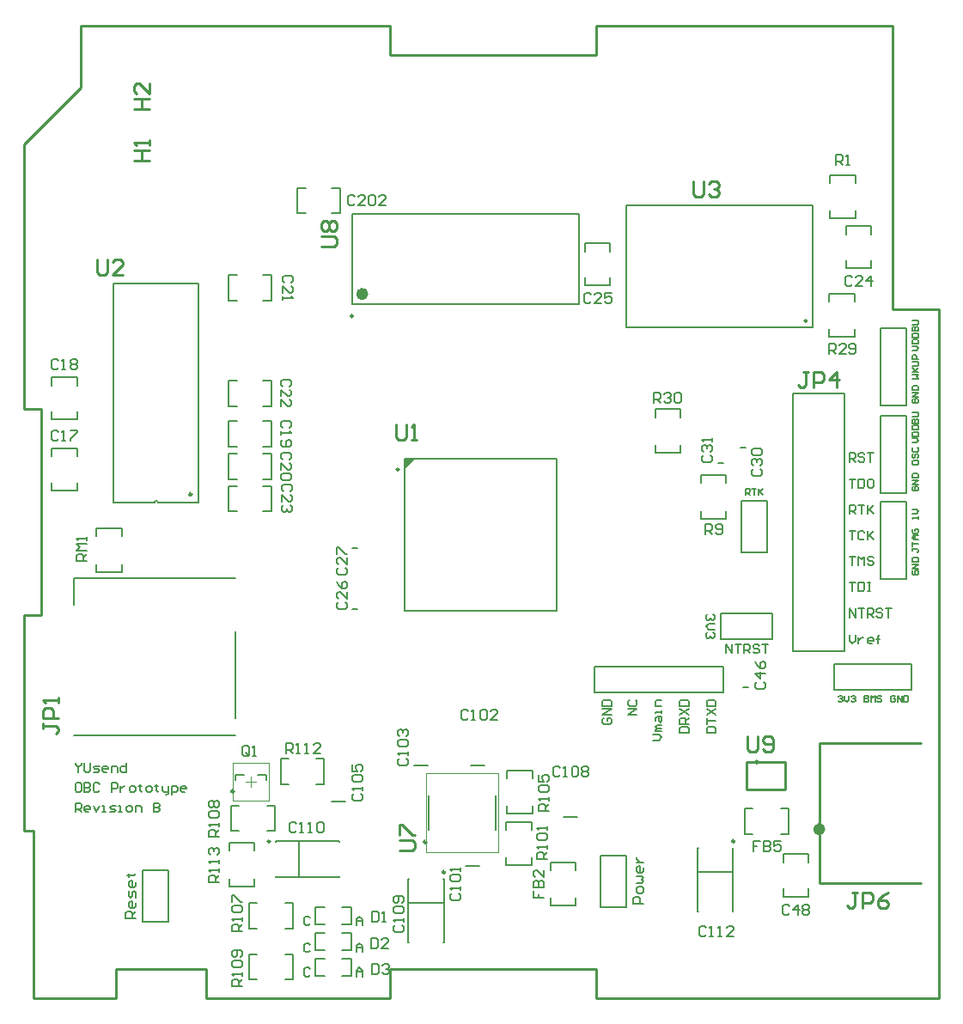
<source format=gto>
%FSLAX44Y44*%
%MOMM*%
G71*
G01*
G75*
G04 Layer_Color=65535*
%ADD10R,0.7000X0.9000*%
%ADD11R,1.5000X1.3000*%
%ADD12R,2.2000X2.6000*%
%ADD13R,1.2000X1.5000*%
%ADD14R,1.2000X1.4000*%
%ADD15R,1.4000X1.2000*%
%ADD16R,1.1000X1.0000*%
%ADD17R,2.6000X2.2000*%
%ADD18R,0.3500X1.5500*%
%ADD19O,0.3500X1.5500*%
%ADD20R,4.2000X3.1000*%
%ADD21R,0.6000X1.4000*%
%ADD22O,1.0000X0.4000*%
%ADD23R,1.0000X0.4000*%
%ADD24R,1.9000X1.3000*%
%ADD25R,2.8000X1.0000*%
%ADD26R,0.8000X1.0000*%
%ADD27R,1.2000X1.0000*%
%ADD28R,1.2000X0.7000*%
%ADD29O,0.5500X1.5500*%
%ADD30C,0.3500*%
%ADD31R,1.0000X0.3000*%
%ADD32R,1.0500X0.4000*%
%ADD33R,2.5000X0.5000*%
%ADD34R,2.5000X2.0000*%
%ADD35R,1.5000X1.2000*%
%ADD36C,0.1778*%
%ADD37C,0.3048*%
%ADD38C,0.2540*%
%ADD39R,1.5000X1.5000*%
%ADD40C,1.5000*%
%ADD41R,1.5000X1.5000*%
%ADD42C,6.3500*%
%ADD43C,1.3000*%
%ADD44C,0.5080*%
%ADD45C,0.5588*%
%ADD46C,1.0160*%
%ADD47C,1.9160*%
%ADD48C,1.0160*%
%ADD49C,1.0668*%
%ADD50C,0.3810*%
%ADD51C,4.1910*%
%ADD52R,0.9000X0.7000*%
%ADD53R,1.0500X1.3000*%
%ADD54R,1.4000X3.3000*%
%ADD55R,1.3000X1.9000*%
%ADD56C,0.2500*%
%ADD57C,0.2000*%
%ADD58C,0.6000*%
%ADD59C,0.3000*%
%ADD60C,0.2032*%
%ADD61C,0.1000*%
%ADD62C,0.1270*%
G36*
X365690Y522200D02*
Y532200D01*
X375690D01*
X365690Y522200D01*
D02*
G37*
D36*
X768160Y661156D02*
Y781156D01*
X584160D02*
X768160D01*
X584160Y661156D02*
Y781156D01*
Y661156D02*
X768160D01*
D38*
X156436Y496752D02*
G03*
X156436Y496752I-1414J0D01*
G01*
X762061Y667706D02*
G03*
X762061Y667706I-901J0D01*
G01*
X741478Y205806D02*
Y232806D01*
X702978D02*
X741478D01*
X702978Y205806D02*
X741478D01*
X702978D02*
Y232806D01*
X774592Y113624D02*
X874592D01*
X774592Y113624D02*
Y251624D01*
X874592D01*
X764029Y617469D02*
X758950D01*
X761489D01*
Y604773D01*
X758950Y602234D01*
X756411D01*
X753872Y604773D01*
X769107Y602234D02*
Y617469D01*
X776725D01*
X779264Y614930D01*
Y609851D01*
X776725Y607312D01*
X769107D01*
X791960Y602234D02*
Y617469D01*
X784342Y609851D01*
X794499D01*
X357759Y565526D02*
Y552830D01*
X360298Y550291D01*
X365377D01*
X367916Y552830D01*
Y565526D01*
X372994Y550291D02*
X378072D01*
X375533D01*
Y565526D01*
X372994Y562987D01*
X360812Y145923D02*
X373508D01*
X376047Y148462D01*
Y153540D01*
X373508Y156080D01*
X360812D01*
Y161158D02*
Y171315D01*
X363351D01*
X373508Y161158D01*
X376047D01*
X650494Y805683D02*
Y792987D01*
X653033Y790448D01*
X658111D01*
X660651Y792987D01*
Y805683D01*
X665729Y803144D02*
X668268Y805683D01*
X673347D01*
X675886Y803144D01*
Y800605D01*
X673347Y798065D01*
X670807D01*
X673347D01*
X675886Y795526D01*
Y792987D01*
X673347Y790448D01*
X668268D01*
X665729Y792987D01*
X62992Y728213D02*
Y715517D01*
X65531Y712978D01*
X70609D01*
X73149Y715517D01*
Y728213D01*
X88384Y712978D02*
X78227D01*
X88384Y723135D01*
Y725674D01*
X85845Y728213D01*
X80766D01*
X78227Y725674D01*
X99446Y876711D02*
X114681D01*
X107064D01*
Y886868D01*
X99446D01*
X114681D01*
Y902103D02*
Y891946D01*
X104524Y902103D01*
X101985D01*
X99446Y899564D01*
Y894485D01*
X101985Y891946D01*
X99446Y825911D02*
X114681D01*
X107064D01*
Y836068D01*
X99446D01*
X114681D01*
Y841146D02*
Y846224D01*
Y843685D01*
X99446D01*
X101985Y841146D01*
X9530Y270634D02*
Y265555D01*
Y268095D01*
X22226D01*
X24765Y265555D01*
Y263016D01*
X22226Y260477D01*
X24765Y275712D02*
X9530D01*
Y283330D01*
X12069Y285869D01*
X17148D01*
X19687Y283330D01*
Y275712D01*
X24765Y290947D02*
Y296026D01*
Y293486D01*
X9530D01*
X12069Y290947D01*
X283977Y740664D02*
X296673D01*
X299212Y743203D01*
Y748281D01*
X296673Y750821D01*
X283977D01*
X286516Y755899D02*
X283977Y758438D01*
Y763517D01*
X286516Y766056D01*
X289055D01*
X291595Y763517D01*
X294134Y766056D01*
X296673D01*
X299212Y763517D01*
Y758438D01*
X296673Y755899D01*
X294134D01*
X291595Y758438D01*
X289055Y755899D01*
X286516D01*
X291595Y758438D02*
Y763517D01*
X812035Y104643D02*
X806956D01*
X809495D01*
Y91947D01*
X806956Y89408D01*
X804417D01*
X801878Y91947D01*
X817113Y89408D02*
Y104643D01*
X824731D01*
X827270Y102104D01*
Y97025D01*
X824731Y94486D01*
X817113D01*
X842505Y104643D02*
X837427Y102104D01*
X832348Y97025D01*
Y91947D01*
X834887Y89408D01*
X839966D01*
X842505Y91947D01*
Y94486D01*
X839966Y97025D01*
X832348D01*
X704215Y258186D02*
Y245490D01*
X706754Y242951D01*
X711833D01*
X714372Y245490D01*
Y258186D01*
X719450Y245490D02*
X721989Y242951D01*
X727068D01*
X729607Y245490D01*
Y255647D01*
X727068Y258186D01*
X721989D01*
X719450Y255647D01*
Y253108D01*
X721989Y250569D01*
X729607D01*
X0Y0D02*
X81280D01*
Y29210D01*
X170180D01*
Y0D02*
Y29210D01*
Y0D02*
X351790D01*
Y29210D01*
X554990D01*
Y0D02*
Y29210D01*
Y0D02*
X892810D01*
Y679450D01*
X847090D02*
X892810D01*
X847090D02*
Y958850D01*
X554990D02*
X847090D01*
X554990Y929640D02*
Y958850D01*
X351790Y929640D02*
X554990D01*
X351790D02*
Y958850D01*
X46990D02*
X351790D01*
X0Y0D02*
Y165100D01*
X-8890D02*
X0D01*
X-8890D02*
Y377825D01*
X7620D01*
Y581025D01*
X-8890D02*
X7620D01*
X-8890D02*
Y825500D01*
X46990Y897890D02*
Y958850D01*
X-8890Y825500D02*
Y842010D01*
X46990Y897890D01*
D56*
X405846Y124360D02*
G03*
X405846Y124360I-1250J0D01*
G01*
X233506Y154660D02*
G03*
X233506Y154660I-1250J0D01*
G01*
X387406Y154130D02*
G03*
X387406Y154130I-1250J0D01*
G01*
X197626Y203860D02*
G03*
X197626Y203860I-1250J0D01*
G01*
X315212Y672472D02*
G03*
X315212Y672472I-1250J0D01*
G01*
X360440Y521200D02*
G03*
X360440Y521200I-1250J0D01*
G01*
X691088Y154840D02*
G03*
X691088Y154840I-1250J0D01*
G01*
D57*
X123222Y488252D02*
G03*
X119222Y488252I-2000J0D01*
G01*
X314492Y383764D02*
X319492D01*
X314492Y444022D02*
X319492D01*
X426316Y130760D02*
X439316D01*
X369596Y54860D02*
Y117860D01*
X404596Y54860D02*
Y117860D01*
X404096Y54860D02*
X404596D01*
X369596D02*
X370096D01*
X369596Y94360D02*
X404596D01*
X404096Y117860D02*
X404596D01*
X369596D02*
X370096D01*
X302486Y773750D02*
Y798750D01*
X260514Y773750D02*
Y798750D01*
X701384Y161998D02*
Y186998D01*
X744384Y161998D02*
Y186998D01*
X784298Y694600D02*
X809298D01*
X784298Y651600D02*
X809298D01*
X612848Y580554D02*
X637848D01*
X612848Y537554D02*
X637848D01*
X466036Y130900D02*
X491036D01*
X466036Y173900D02*
X491036D01*
X466798Y181700D02*
X491798D01*
X466798Y224700D02*
X491798D01*
X212942Y68780D02*
Y93780D01*
X255942Y68780D02*
Y93780D01*
X195162Y164792D02*
Y189792D01*
X238162Y164792D02*
Y189792D01*
X212942Y18488D02*
Y43488D01*
X255942Y18488D02*
Y43488D01*
X286676Y211020D02*
Y236020D01*
X243676Y211020D02*
Y236020D01*
X193240Y153326D02*
X218240D01*
X193240Y110326D02*
X218240D01*
X860298Y497840D02*
Y574040D01*
X834898D02*
X860298D01*
X834898Y497840D02*
Y574040D01*
Y497840D02*
X860298D01*
X799084Y361188D02*
Y596138D01*
X748284Y361188D02*
Y596138D01*
Y342138D02*
Y361188D01*
Y342138D02*
X799084D01*
Y361188D01*
X748284Y596138D02*
X799084D01*
X657806Y472530D02*
X682806D01*
X657806Y515530D02*
X682806D01*
X697738Y490728D02*
X723138D01*
Y439928D02*
Y490728D01*
X697738Y439928D02*
X723138D01*
X697738D02*
Y490728D01*
X785314Y768440D02*
X810314D01*
X785314Y811440D02*
X810314D01*
X789178Y329692D02*
X865378D01*
X789178Y304292D02*
Y329692D01*
Y304292D02*
X865378D01*
Y329692D01*
X860298Y413258D02*
Y489458D01*
X834898D02*
X860298D01*
X834898Y413258D02*
Y489458D01*
Y413258D02*
X860298D01*
X558800Y89916D02*
X584200D01*
X558800D02*
Y140716D01*
X584200D01*
Y89916D02*
Y140716D01*
X107696Y126492D02*
X133096D01*
Y75692D02*
Y126492D01*
X107696Y75692D02*
X133096D01*
X107696D02*
Y126492D01*
X238756Y119660D02*
X301756D01*
X238756Y154660D02*
X301756D01*
Y154160D02*
Y154660D01*
Y119660D02*
Y120160D01*
X262256Y119660D02*
Y154660D01*
X238756Y154160D02*
Y154660D01*
Y119660D02*
Y120160D01*
X294236Y194360D02*
X307236D01*
X552958Y301752D02*
Y327152D01*
X679958D01*
X552958Y301752D02*
X679958D01*
Y327152D01*
X375516Y229920D02*
X388516D01*
X431396D02*
X444396D01*
X389656Y165880D02*
Y199880D01*
X455656Y165880D02*
Y199880D01*
X522836Y179120D02*
X535836D01*
X199376Y215360D02*
Y220360D01*
X207376D01*
X229376Y215360D02*
Y220360D01*
X221376D02*
X229376D01*
X163172Y488252D02*
Y704252D01*
X79272D02*
X163172D01*
X79272Y488252D02*
Y704252D01*
Y488252D02*
X119222D01*
X123222D02*
X163172D01*
X538212Y684222D02*
Y772722D01*
X314212D02*
X538212D01*
X314212Y684222D02*
Y772722D01*
Y684222D02*
X538212D01*
X365690Y382200D02*
X515690D01*
X365690Y532200D02*
X515690D01*
Y382200D02*
Y532200D01*
X365690Y382200D02*
Y532200D01*
Y522200D02*
X375690Y532200D01*
X654838Y148340D02*
X655338D01*
X689338D02*
X689838D01*
X654838Y124840D02*
X689838D01*
X654838Y85340D02*
X655338D01*
X689338D02*
X689838D01*
Y148340D01*
X654838Y85340D02*
Y148340D01*
X699302Y306294D02*
X704302D01*
X697270Y542574D02*
X702270D01*
X674918Y527782D02*
X679918D01*
X834898Y660654D02*
X860298D01*
Y584454D02*
Y660654D01*
X834898Y584454D02*
X860298D01*
X834898D02*
Y660654D01*
X509724Y134276D02*
X534724D01*
X509724Y91276D02*
X534724D01*
X62430Y463206D02*
X87430D01*
X62430Y420206D02*
X87430D01*
X739086Y100172D02*
X764086D01*
X739086Y142144D02*
X764086D01*
X18234Y500222D02*
X43234D01*
X18234Y542194D02*
X43234D01*
X18234Y612298D02*
X43234D01*
X18234Y570326D02*
X43234D01*
X234600Y543752D02*
Y568752D01*
X192628Y543752D02*
Y568752D01*
X234600Y511500D02*
Y536500D01*
X192628Y511500D02*
Y536500D01*
X234600Y687752D02*
Y712752D01*
X192628Y687752D02*
Y712752D01*
X234600Y583752D02*
Y608752D01*
X192628Y583752D02*
Y608752D01*
X234600Y479752D02*
Y504752D01*
X192628Y479752D02*
Y504752D01*
X800808Y719424D02*
X825808D01*
X800808Y761396D02*
X825808D01*
X543760Y744378D02*
X568760D01*
X543760Y702406D02*
X568760D01*
X677672Y354330D02*
X728472D01*
Y379730D01*
X677672D02*
X728472D01*
X677672Y354330D02*
Y379730D01*
D58*
X327212Y694222D02*
G03*
X327212Y694222I-3000J0D01*
G01*
X777592Y166624D02*
G03*
X777592Y166624I-3000J0D01*
G01*
D59*
X713978Y232806D02*
G03*
X713978Y232806I-1000J0D01*
G01*
D60*
X294236Y773750D02*
X302486D01*
X294236Y798750D02*
X302486D01*
X260514Y773750D02*
X268764D01*
X260514Y798750D02*
X268764D01*
X701384Y186998D02*
X709134D01*
X701384Y161998D02*
X709134D01*
X736634Y186998D02*
X744384D01*
X736634Y161998D02*
X744384D01*
X809298Y686850D02*
Y694600D01*
X784298Y686850D02*
Y694600D01*
X809298Y651600D02*
Y659350D01*
X784298Y651600D02*
Y659350D01*
X637848Y572804D02*
Y580554D01*
X612848Y572804D02*
Y580554D01*
X637848Y537554D02*
Y545304D01*
X612848Y537554D02*
Y545304D01*
X466036Y130900D02*
Y138650D01*
X491036Y130900D02*
Y138650D01*
X466036Y166150D02*
Y173900D01*
X491036Y166150D02*
Y173900D01*
X466798Y181700D02*
Y189450D01*
X491798Y181700D02*
Y189450D01*
X466798Y216950D02*
Y224700D01*
X491798Y216950D02*
Y224700D01*
X212942Y93780D02*
X220692D01*
X212942Y68780D02*
X220692D01*
X248192Y93780D02*
X255942D01*
X248192Y68780D02*
X255942D01*
X195162Y189792D02*
X202912D01*
X195162Y164792D02*
X202912D01*
X230412Y189792D02*
X238162D01*
X230412Y164792D02*
X238162D01*
X212942Y43488D02*
X220692D01*
X212942Y18488D02*
X220692D01*
X248192Y43488D02*
X255942D01*
X248192Y18488D02*
X255942D01*
X278926Y211020D02*
X286676D01*
X278926Y236020D02*
X286676D01*
X243676Y211020D02*
X251426D01*
X243676Y236020D02*
X251426D01*
X218240Y145576D02*
Y153326D01*
X193240Y145576D02*
Y153326D01*
X218240Y110326D02*
Y118076D01*
X193240Y110326D02*
Y118076D01*
X657806Y472530D02*
Y480280D01*
X682806Y472530D02*
Y480280D01*
X657806Y507780D02*
Y515530D01*
X682806Y507780D02*
Y515530D01*
X785314Y768440D02*
Y776190D01*
X810314Y768440D02*
Y776190D01*
X785314Y803690D02*
Y811440D01*
X810314Y803690D02*
Y811440D01*
X277656Y89780D02*
X287156D01*
X277656Y72780D02*
X287156D01*
X277656Y72780D02*
Y89780D01*
X304156D02*
X313656D01*
X304156Y72780D02*
X313656D01*
Y89780D01*
X277656Y64380D02*
X287156D01*
X277656Y47380D02*
X287156D01*
X277656Y47380D02*
Y64380D01*
X304156D02*
X313656D01*
X304156Y47380D02*
X313656D01*
Y64380D01*
X277656Y38980D02*
X287156D01*
X277656Y21980D02*
X287156D01*
X277656Y21980D02*
Y38980D01*
X304156D02*
X313656D01*
X304156Y21980D02*
X313656D01*
Y38980D01*
X40370Y258982D02*
X199370D01*
Y275732D02*
Y361732D01*
X40370Y413982D02*
X199370D01*
X40370Y388232D02*
Y413982D01*
X534724Y126526D02*
Y134276D01*
X509724Y126526D02*
Y134276D01*
X534724Y91276D02*
Y99026D01*
X509724Y91276D02*
Y99026D01*
X87430Y455456D02*
Y463206D01*
X62430Y455456D02*
Y463206D01*
X87430Y420206D02*
Y427956D01*
X62430Y420206D02*
Y427956D01*
X739086Y100172D02*
Y108422D01*
X764086Y100172D02*
Y108422D01*
X739086Y133894D02*
Y142144D01*
X764086Y133894D02*
Y142144D01*
X18234Y500222D02*
Y508472D01*
X43234Y500222D02*
Y508472D01*
X18234Y533944D02*
Y542194D01*
X43234Y533944D02*
Y542194D01*
Y604048D02*
Y612298D01*
X18234Y604048D02*
Y612298D01*
X43234Y570326D02*
Y578576D01*
X18234Y570326D02*
Y578576D01*
X226350Y543752D02*
X234600D01*
X226350Y568752D02*
X234600D01*
X192628Y543752D02*
X200878D01*
X192628Y568752D02*
X200878D01*
X226350Y511500D02*
X234600D01*
X226350Y536500D02*
X234600D01*
X192628Y511500D02*
X200878D01*
X192628Y536500D02*
X200878D01*
X226350Y687752D02*
X234600D01*
X226350Y712752D02*
X234600D01*
X192628Y687752D02*
X200878D01*
X192628Y712752D02*
X200878D01*
X226350Y583752D02*
X234600D01*
X226350Y608752D02*
X234600D01*
X192628Y583752D02*
X200878D01*
X192628Y608752D02*
X200878D01*
X226350Y479752D02*
X234600D01*
X226350Y504752D02*
X234600D01*
X192628Y479752D02*
X200878D01*
X192628Y504752D02*
X200878D01*
X800808Y719424D02*
Y727674D01*
X825808Y719424D02*
Y727674D01*
X800808Y753146D02*
Y761396D01*
X825808Y753146D02*
Y761396D01*
X568760Y736128D02*
Y744378D01*
X543760Y736128D02*
Y744378D01*
X568760Y702406D02*
Y710656D01*
X543760Y702406D02*
Y710656D01*
X318516Y71882D02*
Y77807D01*
X321478Y80769D01*
X324441Y77807D01*
Y71882D01*
Y76326D01*
X318516D01*
X272879Y79288D02*
X271398Y80769D01*
X268435D01*
X266954Y79288D01*
Y73363D01*
X268435Y71882D01*
X271398D01*
X272879Y73363D01*
X318516Y45466D02*
Y51391D01*
X321478Y54353D01*
X324441Y51391D01*
Y45466D01*
Y49910D01*
X318516D01*
X272879Y52872D02*
X271398Y54353D01*
X268435D01*
X266954Y52872D01*
Y46947D01*
X268435Y45466D01*
X271398D01*
X272879Y46947D01*
X318516Y21590D02*
Y27515D01*
X321478Y30477D01*
X324441Y27515D01*
Y21590D01*
Y26034D01*
X318516D01*
X272879Y28996D02*
X271398Y30477D01*
X268435D01*
X266954Y28996D01*
Y23071D01*
X268435Y21590D01*
X271398D01*
X272879Y23071D01*
D61*
X387156Y143880D02*
X458156D01*
X387156Y221880D02*
X458156D01*
X387156Y143880D02*
Y221880D01*
X458156Y143880D02*
Y221880D01*
X196876Y194610D02*
X231876D01*
X196876Y232110D02*
X231876D01*
X196876Y194610D02*
Y232110D01*
X231876Y194610D02*
Y232110D01*
X214376Y208360D02*
Y218360D01*
X209376Y213360D02*
X219376D01*
D62*
X716193Y154683D02*
X709422D01*
Y149604D01*
X712808D01*
X709422D01*
Y144526D01*
X719579Y154683D02*
Y144526D01*
X724657D01*
X726350Y146219D01*
Y147912D01*
X724657Y149604D01*
X719579D01*
X724657D01*
X726350Y151297D01*
Y152990D01*
X724657Y154683D01*
X719579D01*
X736507D02*
X729735D01*
Y149604D01*
X733121Y151297D01*
X734814D01*
X736507Y149604D01*
Y146219D01*
X734814Y144526D01*
X731428D01*
X729735Y146219D01*
X783844Y634746D02*
Y644903D01*
X788922D01*
X790615Y643210D01*
Y639824D01*
X788922Y638132D01*
X783844D01*
X787230D02*
X790615Y634746D01*
X800772D02*
X794001D01*
X800772Y641517D01*
Y643210D01*
X799079Y644903D01*
X795694D01*
X794001Y643210D01*
X804157Y636439D02*
X805850Y634746D01*
X809236D01*
X810929Y636439D01*
Y643210D01*
X809236Y644903D01*
X805850D01*
X804157Y643210D01*
Y641517D01*
X805850Y639824D01*
X810929D01*
X611886Y587248D02*
Y597405D01*
X616964D01*
X618657Y595712D01*
Y592326D01*
X616964Y590634D01*
X611886D01*
X615272D02*
X618657Y587248D01*
X622043Y595712D02*
X623736Y597405D01*
X627121D01*
X628814Y595712D01*
Y594019D01*
X627121Y592326D01*
X625428D01*
X627121D01*
X628814Y590634D01*
Y588941D01*
X627121Y587248D01*
X623736D01*
X622043Y588941D01*
X632199Y595712D02*
X633892Y597405D01*
X637278D01*
X638971Y595712D01*
Y588941D01*
X637278Y587248D01*
X633892D01*
X632199Y588941D01*
Y595712D01*
X506222Y137160D02*
X496065D01*
Y142238D01*
X497758Y143931D01*
X501144D01*
X502836Y142238D01*
Y137160D01*
Y140546D02*
X506222Y143931D01*
Y147317D02*
Y150702D01*
Y149010D01*
X496065D01*
X497758Y147317D01*
Y155781D02*
X496065Y157473D01*
Y160859D01*
X497758Y162552D01*
X504529D01*
X506222Y160859D01*
Y157473D01*
X504529Y155781D01*
X497758D01*
X506222Y165937D02*
Y169323D01*
Y167630D01*
X496065D01*
X497758Y165937D01*
X508000Y184912D02*
X497843D01*
Y189990D01*
X499536Y191683D01*
X502922D01*
X504614Y189990D01*
Y184912D01*
Y188298D02*
X508000Y191683D01*
Y195069D02*
Y198454D01*
Y196761D01*
X497843D01*
X499536Y195069D01*
Y203533D02*
X497843Y205225D01*
Y208611D01*
X499536Y210304D01*
X506307D01*
X508000Y208611D01*
Y205225D01*
X506307Y203533D01*
X499536D01*
X497843Y220460D02*
Y213689D01*
X502922D01*
X501229Y217075D01*
Y218768D01*
X502922Y220460D01*
X506307D01*
X508000Y218768D01*
Y215382D01*
X506307Y213689D01*
X205740Y66040D02*
X195583D01*
Y71118D01*
X197276Y72811D01*
X200662D01*
X202354Y71118D01*
Y66040D01*
Y69426D02*
X205740Y72811D01*
Y76197D02*
Y79582D01*
Y77889D01*
X195583D01*
X197276Y76197D01*
Y84661D02*
X195583Y86353D01*
Y89739D01*
X197276Y91432D01*
X204047D01*
X205740Y89739D01*
Y86353D01*
X204047Y84661D01*
X197276D01*
X195583Y94817D02*
Y101588D01*
X197276D01*
X204047Y94817D01*
X205740D01*
X183134Y159258D02*
X172977D01*
Y164336D01*
X174670Y166029D01*
X178056D01*
X179748Y164336D01*
Y159258D01*
Y162644D02*
X183134Y166029D01*
Y169415D02*
Y172800D01*
Y171108D01*
X172977D01*
X174670Y169415D01*
Y177879D02*
X172977Y179571D01*
Y182957D01*
X174670Y184650D01*
X181441D01*
X183134Y182957D01*
Y179571D01*
X181441Y177879D01*
X174670D01*
Y188035D02*
X172977Y189728D01*
Y193114D01*
X174670Y194806D01*
X176363D01*
X178056Y193114D01*
X179748Y194806D01*
X181441D01*
X183134Y193114D01*
Y189728D01*
X181441Y188035D01*
X179748D01*
X178056Y189728D01*
X176363Y188035D01*
X174670D01*
X178056Y189728D02*
Y193114D01*
X205740Y11938D02*
X195583D01*
Y17016D01*
X197276Y18709D01*
X200662D01*
X202354Y17016D01*
Y11938D01*
Y15324D02*
X205740Y18709D01*
Y22095D02*
Y25480D01*
Y23788D01*
X195583D01*
X197276Y22095D01*
Y30559D02*
X195583Y32251D01*
Y35637D01*
X197276Y37330D01*
X204047D01*
X205740Y35637D01*
Y32251D01*
X204047Y30559D01*
X197276D01*
X204047Y40715D02*
X205740Y42408D01*
Y45794D01*
X204047Y47487D01*
X197276D01*
X195583Y45794D01*
Y42408D01*
X197276Y40715D01*
X198969D01*
X200662Y42408D01*
Y47487D01*
X249174Y241300D02*
Y251457D01*
X254252D01*
X255945Y249764D01*
Y246378D01*
X254252Y244686D01*
X249174D01*
X252560D02*
X255945Y241300D01*
X259331D02*
X262716D01*
X261024D01*
Y251457D01*
X259331Y249764D01*
X267795Y241300D02*
X271180D01*
X269487D01*
Y251457D01*
X267795Y249764D01*
X283030Y241300D02*
X276259D01*
X283030Y248071D01*
Y249764D01*
X281337Y251457D01*
X277951D01*
X276259Y249764D01*
X183134Y114554D02*
X172977D01*
Y119632D01*
X174670Y121325D01*
X178056D01*
X179748Y119632D01*
Y114554D01*
Y117940D02*
X183134Y121325D01*
Y124711D02*
Y128096D01*
Y126404D01*
X172977D01*
X174670Y124711D01*
X183134Y133175D02*
Y136560D01*
Y134867D01*
X172977D01*
X174670Y133175D01*
Y141639D02*
X172977Y143331D01*
Y146717D01*
X174670Y148410D01*
X176363D01*
X178056Y146717D01*
Y145024D01*
Y146717D01*
X179748Y148410D01*
X181441D01*
X183134Y146717D01*
Y143331D01*
X181441Y141639D01*
X334010Y85341D02*
Y75184D01*
X339088D01*
X340781Y76877D01*
Y83648D01*
X339088Y85341D01*
X334010D01*
X344167Y75184D02*
X347552D01*
X345859D01*
Y85341D01*
X344167Y83648D01*
X332740Y59433D02*
Y49276D01*
X337818D01*
X339511Y50969D01*
Y57740D01*
X337818Y59433D01*
X332740D01*
X349668Y49276D02*
X342897D01*
X349668Y56047D01*
Y57740D01*
X347975Y59433D01*
X344590D01*
X342897Y57740D01*
X333502Y34033D02*
Y23876D01*
X338580D01*
X340273Y25569D01*
Y32340D01*
X338580Y34033D01*
X333502D01*
X343659Y32340D02*
X345351Y34033D01*
X348737D01*
X350430Y32340D01*
Y30647D01*
X348737Y28954D01*
X347044D01*
X348737D01*
X350430Y27262D01*
Y25569D01*
X348737Y23876D01*
X345351D01*
X343659Y25569D01*
X316719Y789634D02*
X315026Y791327D01*
X311641D01*
X309948Y789634D01*
Y782863D01*
X311641Y781170D01*
X315026D01*
X316719Y782863D01*
X326876Y781170D02*
X320105D01*
X326876Y787941D01*
Y789634D01*
X325183Y791327D01*
X321797D01*
X320105Y789634D01*
X330261D02*
X331954Y791327D01*
X335340D01*
X337033Y789634D01*
Y782863D01*
X335340Y781170D01*
X331954D01*
X330261Y782863D01*
Y789634D01*
X347189Y781170D02*
X340418D01*
X347189Y787941D01*
Y789634D01*
X345496Y791327D01*
X342111D01*
X340418Y789634D01*
X52578Y430784D02*
X42421D01*
Y435862D01*
X44114Y437555D01*
X47500D01*
X49192Y435862D01*
Y430784D01*
Y434170D02*
X52578Y437555D01*
Y440941D02*
X42421D01*
X45807Y444326D01*
X42421Y447712D01*
X52578D01*
Y451097D02*
Y454483D01*
Y452790D01*
X42421D01*
X44114Y451097D01*
X790956Y821436D02*
Y831593D01*
X796034D01*
X797727Y829900D01*
Y826514D01*
X796034Y824822D01*
X790956D01*
X794342D02*
X797727Y821436D01*
X801113D02*
X804498D01*
X802805D01*
Y831593D01*
X801113Y829900D01*
X213019Y240707D02*
Y247478D01*
X211326Y249171D01*
X207941D01*
X206248Y247478D01*
Y240707D01*
X207941Y239014D01*
X211326D01*
X209634Y242400D02*
X213019Y239014D01*
X211326D02*
X213019Y240707D01*
X216405Y239014D02*
X219790D01*
X218097D01*
Y249171D01*
X216405Y247478D01*
X259247Y172040D02*
X257554Y173733D01*
X254169D01*
X252476Y172040D01*
Y165269D01*
X254169Y163576D01*
X257554D01*
X259247Y165269D01*
X262633Y163576D02*
X266018D01*
X264326D01*
Y173733D01*
X262633Y172040D01*
X271097Y163576D02*
X274482D01*
X272789D01*
Y173733D01*
X271097Y172040D01*
X279561D02*
X281253Y173733D01*
X284639D01*
X286332Y172040D01*
Y165269D01*
X284639Y163576D01*
X281253D01*
X279561Y165269D01*
Y172040D01*
X356280Y71795D02*
X354587Y70102D01*
Y66717D01*
X356280Y65024D01*
X363051D01*
X364744Y66717D01*
Y70102D01*
X363051Y71795D01*
X364744Y75181D02*
Y78566D01*
Y76873D01*
X354587D01*
X356280Y75181D01*
Y83645D02*
X354587Y85337D01*
Y88723D01*
X356280Y90416D01*
X363051D01*
X364744Y88723D01*
Y85337D01*
X363051Y83645D01*
X356280D01*
X363051Y93801D02*
X364744Y95494D01*
Y98880D01*
X363051Y100573D01*
X356280D01*
X354587Y98880D01*
Y95494D01*
X356280Y93801D01*
X357973D01*
X359666Y95494D01*
Y100573D01*
X518835Y227158D02*
X517142Y228851D01*
X513757D01*
X512064Y227158D01*
Y220387D01*
X513757Y218694D01*
X517142D01*
X518835Y220387D01*
X522221Y218694D02*
X525606D01*
X523913D01*
Y228851D01*
X522221Y227158D01*
X530685D02*
X532377Y228851D01*
X535763D01*
X537456Y227158D01*
Y220387D01*
X535763Y218694D01*
X532377D01*
X530685Y220387D01*
Y227158D01*
X540841D02*
X542534Y228851D01*
X545920D01*
X547612Y227158D01*
Y225465D01*
X545920Y223772D01*
X547612Y222080D01*
Y220387D01*
X545920Y218694D01*
X542534D01*
X540841Y220387D01*
Y222080D01*
X542534Y223772D01*
X540841Y225465D01*
Y227158D01*
X542534Y223772D02*
X545920D01*
X315640Y201335D02*
X313947Y199642D01*
Y196257D01*
X315640Y194564D01*
X322411D01*
X324104Y196257D01*
Y199642D01*
X322411Y201335D01*
X324104Y204721D02*
Y208106D01*
Y206413D01*
X313947D01*
X315640Y204721D01*
Y213185D02*
X313947Y214877D01*
Y218263D01*
X315640Y219956D01*
X322411D01*
X324104Y218263D01*
Y214877D01*
X322411Y213185D01*
X315640D01*
X313947Y230112D02*
Y223341D01*
X319026D01*
X317333Y226727D01*
Y228420D01*
X319026Y230112D01*
X322411D01*
X324104Y228420D01*
Y225034D01*
X322411Y223341D01*
X361106Y236387D02*
X359413Y234694D01*
Y231309D01*
X361106Y229616D01*
X367877D01*
X369570Y231309D01*
Y234694D01*
X367877Y236387D01*
X369570Y239773D02*
Y243158D01*
Y241465D01*
X359413D01*
X361106Y239773D01*
Y248237D02*
X359413Y249929D01*
Y253315D01*
X361106Y255008D01*
X367877D01*
X369570Y253315D01*
Y249929D01*
X367877Y248237D01*
X361106D01*
Y258393D02*
X359413Y260086D01*
Y263472D01*
X361106Y265165D01*
X362799D01*
X364492Y263472D01*
Y261779D01*
Y263472D01*
X366184Y265165D01*
X367877D01*
X369570Y263472D01*
Y260086D01*
X367877Y258393D01*
X428919Y282530D02*
X427226Y284223D01*
X423841D01*
X422148Y282530D01*
Y275759D01*
X423841Y274066D01*
X427226D01*
X428919Y275759D01*
X432305Y274066D02*
X435690D01*
X433997D01*
Y284223D01*
X432305Y282530D01*
X440769D02*
X442461Y284223D01*
X445847D01*
X447540Y282530D01*
Y275759D01*
X445847Y274066D01*
X442461D01*
X440769Y275759D01*
Y282530D01*
X457696Y274066D02*
X450925D01*
X457696Y280837D01*
Y282530D01*
X456004Y284223D01*
X452618D01*
X450925Y282530D01*
X412668Y103037D02*
X410975Y101344D01*
Y97959D01*
X412668Y96266D01*
X419439D01*
X421132Y97959D01*
Y101344D01*
X419439Y103037D01*
X421132Y106423D02*
Y109808D01*
Y108116D01*
X410975D01*
X412668Y106423D01*
Y114887D02*
X410975Y116579D01*
Y119965D01*
X412668Y121658D01*
X419439D01*
X421132Y119965D01*
Y116579D01*
X419439Y114887D01*
X412668D01*
X421132Y125043D02*
Y128429D01*
Y126736D01*
X410975D01*
X412668Y125043D01*
X300400Y424347D02*
X298707Y422654D01*
Y419269D01*
X300400Y417576D01*
X307171D01*
X308864Y419269D01*
Y422654D01*
X307171Y424347D01*
X308864Y434504D02*
Y427733D01*
X302093Y434504D01*
X300400D01*
X298707Y432811D01*
Y429426D01*
X300400Y427733D01*
X298707Y437889D02*
Y444661D01*
X300400D01*
X307171Y437889D01*
X308864D01*
X300400Y390565D02*
X298707Y388872D01*
Y385487D01*
X300400Y383794D01*
X307171D01*
X308864Y385487D01*
Y388872D01*
X307171Y390565D01*
X308864Y400722D02*
Y393951D01*
X302093Y400722D01*
X300400D01*
X298707Y399029D01*
Y395644D01*
X300400Y393951D01*
X298707Y410879D02*
X300400Y407493D01*
X303786Y404107D01*
X307171D01*
X308864Y405800D01*
Y409186D01*
X307171Y410879D01*
X305478D01*
X303786Y409186D01*
Y404107D01*
X550077Y693248D02*
X548384Y694941D01*
X544999D01*
X543306Y693248D01*
Y686477D01*
X544999Y684784D01*
X548384D01*
X550077Y686477D01*
X560234Y684784D02*
X553463D01*
X560234Y691555D01*
Y693248D01*
X558541Y694941D01*
X555155D01*
X553463Y693248D01*
X570391Y694941D02*
X563619D01*
Y689862D01*
X567005Y691555D01*
X568698D01*
X570391Y689862D01*
Y686477D01*
X568698Y684784D01*
X565312D01*
X563619Y686477D01*
X807125Y710520D02*
X805432Y712213D01*
X802047D01*
X800354Y710520D01*
Y703749D01*
X802047Y702056D01*
X805432D01*
X807125Y703749D01*
X817282Y702056D02*
X810511D01*
X817282Y708827D01*
Y710520D01*
X815589Y712213D01*
X812204D01*
X810511Y710520D01*
X825746Y702056D02*
Y712213D01*
X820667Y707134D01*
X827439D01*
X253066Y499451D02*
X254759Y501144D01*
Y504529D01*
X253066Y506222D01*
X246295D01*
X244602Y504529D01*
Y501144D01*
X246295Y499451D01*
X244602Y489294D02*
Y496065D01*
X251373Y489294D01*
X253066D01*
X254759Y490987D01*
Y494372D01*
X253066Y496065D01*
Y485909D02*
X254759Y484216D01*
Y480830D01*
X253066Y479137D01*
X251373D01*
X249680Y480830D01*
Y482523D01*
Y480830D01*
X247988Y479137D01*
X246295D01*
X244602Y480830D01*
Y484216D01*
X246295Y485909D01*
X252558Y603337D02*
X254251Y605030D01*
Y608415D01*
X252558Y610108D01*
X245787D01*
X244094Y608415D01*
Y605030D01*
X245787Y603337D01*
X244094Y593180D02*
Y599951D01*
X250865Y593180D01*
X252558D01*
X254251Y594873D01*
Y598259D01*
X252558Y599951D01*
X244094Y583023D02*
Y589795D01*
X250865Y583023D01*
X252558D01*
X254251Y584716D01*
Y588102D01*
X252558Y589795D01*
X254590Y705445D02*
X256283Y707138D01*
Y710523D01*
X254590Y712216D01*
X247819D01*
X246126Y710523D01*
Y707138D01*
X247819Y705445D01*
X246126Y695288D02*
Y702059D01*
X252897Y695288D01*
X254590D01*
X256283Y696981D01*
Y700367D01*
X254590Y702059D01*
X246126Y691903D02*
Y688517D01*
Y690210D01*
X256283D01*
X254590Y691903D01*
X252558Y531201D02*
X254251Y532894D01*
Y536279D01*
X252558Y537972D01*
X245787D01*
X244094Y536279D01*
Y532894D01*
X245787Y531201D01*
X244094Y521044D02*
Y527815D01*
X250865Y521044D01*
X252558D01*
X254251Y522737D01*
Y526123D01*
X252558Y527815D01*
Y517659D02*
X254251Y515966D01*
Y512580D01*
X252558Y510887D01*
X245787D01*
X244094Y512580D01*
Y515966D01*
X245787Y517659D01*
X252558D01*
Y562443D02*
X254251Y564136D01*
Y567521D01*
X252558Y569214D01*
X245787D01*
X244094Y567521D01*
Y564136D01*
X245787Y562443D01*
X244094Y559057D02*
Y555672D01*
Y557365D01*
X254251D01*
X252558Y559057D01*
X245787Y550593D02*
X244094Y548901D01*
Y545515D01*
X245787Y543822D01*
X252558D01*
X254251Y545515D01*
Y548901D01*
X252558Y550593D01*
X250865D01*
X249172Y548901D01*
Y543822D01*
X24805Y628224D02*
X23112Y629917D01*
X19727D01*
X18034Y628224D01*
Y621453D01*
X19727Y619760D01*
X23112D01*
X24805Y621453D01*
X28191Y619760D02*
X31576D01*
X29883D01*
Y629917D01*
X28191Y628224D01*
X36655D02*
X38347Y629917D01*
X41733D01*
X43426Y628224D01*
Y626531D01*
X41733Y624838D01*
X43426Y623146D01*
Y621453D01*
X41733Y619760D01*
X38347D01*
X36655Y621453D01*
Y623146D01*
X38347Y624838D01*
X36655Y626531D01*
Y628224D01*
X38347Y624838D02*
X41733D01*
X24805Y558120D02*
X23112Y559813D01*
X19727D01*
X18034Y558120D01*
Y551349D01*
X19727Y549656D01*
X23112D01*
X24805Y551349D01*
X28191Y549656D02*
X31576D01*
X29883D01*
Y559813D01*
X28191Y558120D01*
X36655Y559813D02*
X43426D01*
Y558120D01*
X36655Y551349D01*
Y549656D01*
X744895Y91014D02*
X743202Y92707D01*
X739817D01*
X738124Y91014D01*
Y84243D01*
X739817Y82550D01*
X743202D01*
X744895Y84243D01*
X753359Y82550D02*
Y92707D01*
X748281Y87628D01*
X755052D01*
X758437Y91014D02*
X760130Y92707D01*
X763516D01*
X765209Y91014D01*
Y89321D01*
X763516Y87628D01*
X765209Y85936D01*
Y84243D01*
X763516Y82550D01*
X760130D01*
X758437Y84243D01*
Y85936D01*
X760130Y87628D01*
X758437Y89321D01*
Y91014D01*
X760130Y87628D02*
X763516D01*
X662853Y69678D02*
X661160Y71371D01*
X657775D01*
X656082Y69678D01*
Y62907D01*
X657775Y61214D01*
X661160D01*
X662853Y62907D01*
X666239Y61214D02*
X669624D01*
X667932D01*
Y71371D01*
X666239Y69678D01*
X674703Y61214D02*
X678088D01*
X676395D01*
Y71371D01*
X674703Y69678D01*
X689938Y61214D02*
X683167D01*
X689938Y67985D01*
Y69678D01*
X688245Y71371D01*
X684859D01*
X683167Y69678D01*
X709848Y521883D02*
X708155Y520190D01*
Y516805D01*
X709848Y515112D01*
X716619D01*
X718312Y516805D01*
Y520190D01*
X716619Y521883D01*
X709848Y525269D02*
X708155Y526962D01*
Y530347D01*
X709848Y532040D01*
X711541D01*
X713234Y530347D01*
Y528654D01*
Y530347D01*
X714926Y532040D01*
X716619D01*
X718312Y530347D01*
Y526962D01*
X716619Y525269D01*
X709848Y535425D02*
X708155Y537118D01*
Y540504D01*
X709848Y542197D01*
X716619D01*
X718312Y540504D01*
Y537118D01*
X716619Y535425D01*
X709848D01*
X660318Y535091D02*
X658625Y533398D01*
Y530013D01*
X660318Y528320D01*
X667089D01*
X668782Y530013D01*
Y533398D01*
X667089Y535091D01*
X660318Y538477D02*
X658625Y540169D01*
Y543555D01*
X660318Y545248D01*
X662011D01*
X663704Y543555D01*
Y541862D01*
Y543555D01*
X665396Y545248D01*
X667089D01*
X668782Y543555D01*
Y540169D01*
X667089Y538477D01*
X668782Y548633D02*
Y552019D01*
Y550326D01*
X658625D01*
X660318Y548633D01*
X712896Y311571D02*
X711203Y309878D01*
Y306493D01*
X712896Y304800D01*
X719667D01*
X721360Y306493D01*
Y309878D01*
X719667Y311571D01*
X721360Y320035D02*
X711203D01*
X716282Y314957D01*
Y321728D01*
X711203Y331885D02*
X712896Y328499D01*
X716282Y325113D01*
X719667D01*
X721360Y326806D01*
Y330192D01*
X719667Y331885D01*
X717974D01*
X716282Y330192D01*
Y325113D01*
X662178Y457200D02*
Y467357D01*
X667256D01*
X668949Y465664D01*
Y462278D01*
X667256Y460586D01*
X662178D01*
X665564D02*
X668949Y457200D01*
X672335Y458893D02*
X674027Y457200D01*
X677413D01*
X679106Y458893D01*
Y465664D01*
X677413Y467357D01*
X674027D01*
X672335Y465664D01*
Y463971D01*
X674027Y462278D01*
X679106D01*
X493017Y105577D02*
Y98806D01*
X498096D01*
Y102192D01*
Y98806D01*
X503174D01*
X493017Y108963D02*
X503174D01*
Y114041D01*
X501481Y115734D01*
X499788D01*
X498096Y114041D01*
Y108963D01*
Y114041D01*
X496403Y115734D01*
X494710D01*
X493017Y114041D01*
Y108963D01*
X503174Y125891D02*
Y119119D01*
X496403Y125891D01*
X494710D01*
X493017Y124198D01*
Y120812D01*
X494710Y119119D01*
X702056Y496062D02*
Y502410D01*
X705230D01*
X706288Y501352D01*
Y499236D01*
X705230Y498178D01*
X702056D01*
X704172D02*
X706288Y496062D01*
X708404Y502410D02*
X712636D01*
X710520D01*
Y496062D01*
X714752Y502410D02*
Y496062D01*
Y498178D01*
X718984Y502410D01*
X715810Y499236D01*
X718984Y496062D01*
X41402Y183642D02*
Y192529D01*
X45846D01*
X47327Y191048D01*
Y188086D01*
X45846Y186604D01*
X41402D01*
X44364D02*
X47327Y183642D01*
X54733D02*
X51770D01*
X50289Y185123D01*
Y188086D01*
X51770Y189567D01*
X54733D01*
X56214Y188086D01*
Y186604D01*
X50289D01*
X59176Y189567D02*
X62139Y183642D01*
X65101Y189567D01*
X68063Y183642D02*
X71026D01*
X69545D01*
Y189567D01*
X68063D01*
X75469Y183642D02*
X79913D01*
X81394Y185123D01*
X79913Y186604D01*
X76950D01*
X75469Y188086D01*
X76950Y189567D01*
X81394D01*
X84356Y183642D02*
X87319D01*
X85838D01*
Y189567D01*
X84356D01*
X93244Y183642D02*
X96206D01*
X97687Y185123D01*
Y188086D01*
X96206Y189567D01*
X93244D01*
X91762Y188086D01*
Y185123D01*
X93244Y183642D01*
X100649D02*
Y189567D01*
X105093D01*
X106574Y188086D01*
Y183642D01*
X118424Y192529D02*
Y183642D01*
X122867D01*
X124348Y185123D01*
Y186604D01*
X122867Y188086D01*
X118424D01*
X122867D01*
X124348Y189567D01*
Y191048D01*
X122867Y192529D01*
X118424D01*
X866142Y638556D02*
X870374D01*
X872490Y640672D01*
X870374Y642788D01*
X866142D01*
Y644904D02*
X872490D01*
Y648078D01*
X871432Y649136D01*
X867200D01*
X866142Y648078D01*
Y644904D01*
Y651252D02*
X872490D01*
Y654426D01*
X871432Y655484D01*
X867200D01*
X866142Y654426D01*
Y651252D01*
Y657600D02*
X872490D01*
Y660774D01*
X871432Y661832D01*
X870374D01*
X869316Y660774D01*
Y657600D01*
Y660774D01*
X868258Y661832D01*
X867200D01*
X866142Y660774D01*
Y657600D01*
Y663948D02*
X871432D01*
X872490Y665006D01*
Y667122D01*
X871432Y668180D01*
X866142D01*
X867200Y590718D02*
X866142Y589660D01*
Y587544D01*
X867200Y586486D01*
X871432D01*
X872490Y587544D01*
Y589660D01*
X871432Y590718D01*
X869316D01*
Y588602D01*
X872490Y592834D02*
X866142D01*
X872490Y597066D01*
X866142D01*
Y599182D02*
X872490D01*
Y602356D01*
X871432Y603414D01*
X867200D01*
X866142Y602356D01*
Y599182D01*
Y610616D02*
X872490D01*
X870374Y612732D01*
X872490Y614848D01*
X866142D01*
Y616964D02*
X872490D01*
X870374D01*
X866142Y621196D01*
X869316Y618022D01*
X872490Y621196D01*
X866142Y623312D02*
X871432D01*
X872490Y624370D01*
Y626486D01*
X871432Y627544D01*
X866142D01*
X872490Y629660D02*
X866142D01*
Y632834D01*
X867200Y633892D01*
X869316D01*
X870374Y632834D01*
Y629660D01*
X866142Y443652D02*
Y441536D01*
Y442594D01*
X871432D01*
X872490Y441536D01*
Y440478D01*
X871432Y439420D01*
X866142Y445768D02*
Y450000D01*
Y447884D01*
X872490D01*
Y452116D02*
X868258D01*
X866142Y454232D01*
X868258Y456348D01*
X872490D01*
X869316D01*
Y452116D01*
X867200Y462696D02*
X866142Y461638D01*
Y459522D01*
X867200Y458464D01*
X871432D01*
X872490Y459522D01*
Y461638D01*
X871432Y462696D01*
X869316D01*
Y460580D01*
X601726Y92964D02*
X591569D01*
Y98042D01*
X593262Y99735D01*
X596648D01*
X598340Y98042D01*
Y92964D01*
X601726Y104813D02*
Y108199D01*
X600033Y109892D01*
X596648D01*
X594955Y108199D01*
Y104813D01*
X596648Y103121D01*
X600033D01*
X601726Y104813D01*
X594955Y113277D02*
X600033D01*
X601726Y114970D01*
X600033Y116663D01*
X601726Y118356D01*
X600033Y120049D01*
X594955D01*
X601726Y128512D02*
Y125127D01*
X600033Y123434D01*
X596648D01*
X594955Y125127D01*
Y128512D01*
X596648Y130205D01*
X598340D01*
Y123434D01*
X594955Y133591D02*
X601726D01*
X598340D01*
X596648Y135284D01*
X594955Y136976D01*
Y138669D01*
X101092Y79248D02*
X90935D01*
Y84326D01*
X92628Y86019D01*
X96014D01*
X97706Y84326D01*
Y79248D01*
Y82634D02*
X101092Y86019D01*
Y94483D02*
Y91097D01*
X99399Y89405D01*
X96014D01*
X94321Y91097D01*
Y94483D01*
X96014Y96176D01*
X97706D01*
Y89405D01*
X101092Y99561D02*
Y104640D01*
X99399Y106333D01*
X97706Y104640D01*
Y101254D01*
X96014Y99561D01*
X94321Y101254D01*
Y106333D01*
X101092Y114796D02*
Y111411D01*
X99399Y109718D01*
X96014D01*
X94321Y111411D01*
Y114796D01*
X96014Y116489D01*
X97706D01*
Y109718D01*
X92628Y121568D02*
X94321D01*
Y119875D01*
Y123260D01*
Y121568D01*
X99399D01*
X101092Y123260D01*
X804418Y358391D02*
Y352466D01*
X807380Y349504D01*
X810343Y352466D01*
Y358391D01*
X813305Y355429D02*
Y349504D01*
Y352466D01*
X814786Y353948D01*
X816267Y355429D01*
X817749D01*
X826636Y349504D02*
X823673D01*
X822192Y350985D01*
Y353948D01*
X823673Y355429D01*
X826636D01*
X828117Y353948D01*
Y352466D01*
X822192D01*
X832561Y349504D02*
Y356910D01*
Y353948D01*
X831079D01*
X834042D01*
X832561D01*
Y356910D01*
X834042Y358391D01*
X804418Y375412D02*
Y384299D01*
X810343Y375412D01*
Y384299D01*
X813305D02*
X819230D01*
X816267D01*
Y375412D01*
X822192D02*
Y384299D01*
X826636D01*
X828117Y382818D01*
Y379856D01*
X826636Y378374D01*
X822192D01*
X825155D02*
X828117Y375412D01*
X837004Y382818D02*
X835523Y384299D01*
X832561D01*
X831079Y382818D01*
Y381337D01*
X832561Y379856D01*
X835523D01*
X837004Y378374D01*
Y376893D01*
X835523Y375412D01*
X832561D01*
X831079Y376893D01*
X839967Y384299D02*
X845891D01*
X842929D01*
Y375412D01*
X804418Y528828D02*
Y537715D01*
X808862D01*
X810343Y536234D01*
Y533272D01*
X808862Y531790D01*
X804418D01*
X807380D02*
X810343Y528828D01*
X819230Y536234D02*
X817749Y537715D01*
X814786D01*
X813305Y536234D01*
Y534753D01*
X814786Y533272D01*
X817749D01*
X819230Y531790D01*
Y530309D01*
X817749Y528828D01*
X814786D01*
X813305Y530309D01*
X822192Y537715D02*
X828117D01*
X825155D01*
Y528828D01*
X804418Y511807D02*
X810343D01*
X807380D01*
Y502920D01*
X813305Y511807D02*
Y502920D01*
X817749D01*
X819230Y504401D01*
Y510326D01*
X817749Y511807D01*
X813305D01*
X826636D02*
X823673D01*
X822192Y510326D01*
Y504401D01*
X823673Y502920D01*
X826636D01*
X828117Y504401D01*
Y510326D01*
X826636Y511807D01*
X804418Y477520D02*
Y486407D01*
X808862D01*
X810343Y484926D01*
Y481964D01*
X808862Y480482D01*
X804418D01*
X807380D02*
X810343Y477520D01*
X813305Y486407D02*
X819230D01*
X816267D01*
Y477520D01*
X822192Y486407D02*
Y477520D01*
Y480482D01*
X828117Y486407D01*
X823673Y481964D01*
X828117Y477520D01*
X804418Y460753D02*
X810343D01*
X807380D01*
Y451866D01*
X819230Y459272D02*
X817749Y460753D01*
X814786D01*
X813305Y459272D01*
Y453347D01*
X814786Y451866D01*
X817749D01*
X819230Y453347D01*
X822192Y460753D02*
Y451866D01*
Y454828D01*
X828117Y460753D01*
X823673Y456310D01*
X828117Y451866D01*
X804418Y435607D02*
X810343D01*
X807380D01*
Y426720D01*
X813305D02*
Y435607D01*
X816267Y432645D01*
X819230Y435607D01*
Y426720D01*
X828117Y434126D02*
X826636Y435607D01*
X823673D01*
X822192Y434126D01*
Y432645D01*
X823673Y431164D01*
X826636D01*
X828117Y429682D01*
Y428201D01*
X826636Y426720D01*
X823673D01*
X822192Y428201D01*
X804418Y410207D02*
X810343D01*
X807380D01*
Y401320D01*
X813305Y410207D02*
Y401320D01*
X817749D01*
X819230Y402801D01*
Y408726D01*
X817749Y410207D01*
X813305D01*
X822192D02*
X825155D01*
X823673D01*
Y401320D01*
X822192D01*
X825155D01*
X562570Y276472D02*
X561089Y274991D01*
Y272028D01*
X562570Y270547D01*
X568495D01*
X569976Y272028D01*
Y274991D01*
X568495Y276472D01*
X565532D01*
Y273509D01*
X569976Y279434D02*
X561089D01*
X569976Y285359D01*
X561089D01*
Y288321D02*
X569976D01*
Y292765D01*
X568495Y294246D01*
X562570D01*
X561089Y292765D01*
Y288321D01*
X610619Y254254D02*
X616544D01*
X619506Y257216D01*
X616544Y260179D01*
X610619D01*
X619506Y263141D02*
X613581D01*
Y264622D01*
X615062Y266103D01*
X619506D01*
X615062D01*
X613581Y267585D01*
X615062Y269066D01*
X619506D01*
X613581Y273509D02*
Y276472D01*
X615062Y277953D01*
X619506D01*
Y273509D01*
X618025Y272028D01*
X616544Y273509D01*
Y277953D01*
X619506Y280915D02*
Y283878D01*
Y282397D01*
X613581D01*
Y280915D01*
X619506Y288321D02*
X613581D01*
Y292765D01*
X615062Y294246D01*
X619506D01*
X637289Y261660D02*
X646176D01*
Y266103D01*
X644695Y267585D01*
X638770D01*
X637289Y266103D01*
Y261660D01*
X646176Y270547D02*
X637289D01*
Y274991D01*
X638770Y276472D01*
X641732D01*
X643214Y274991D01*
Y270547D01*
Y273509D02*
X646176Y276472D01*
X637289Y279434D02*
X646176Y285359D01*
X637289D02*
X646176Y279434D01*
X637289Y288321D02*
X646176D01*
Y292765D01*
X644695Y294246D01*
X638770D01*
X637289Y292765D01*
Y288321D01*
X663705Y261660D02*
X672592D01*
Y266103D01*
X671111Y267585D01*
X665186D01*
X663705Y266103D01*
Y261660D01*
Y270547D02*
Y276472D01*
Y273509D01*
X672592D01*
X663705Y279434D02*
X672592Y285359D01*
X663705D02*
X672592Y279434D01*
X663705Y288321D02*
X672592D01*
Y292765D01*
X671111Y294246D01*
X665186D01*
X663705Y292765D01*
Y288321D01*
X594868Y279434D02*
X585981D01*
X594868Y285359D01*
X585981D01*
X587462Y294246D02*
X585981Y292765D01*
Y289802D01*
X587462Y288321D01*
X593387D01*
X594868Y289802D01*
Y292765D01*
X593387Y294246D01*
X41402Y231899D02*
Y230418D01*
X44364Y227456D01*
X47327Y230418D01*
Y231899D01*
X44364Y227456D02*
Y223012D01*
X50289Y231899D02*
Y224493D01*
X51770Y223012D01*
X54733D01*
X56214Y224493D01*
Y231899D01*
X59176Y223012D02*
X63620D01*
X65101Y224493D01*
X63620Y225974D01*
X60657D01*
X59176Y227456D01*
X60657Y228937D01*
X65101D01*
X72507Y223012D02*
X69545D01*
X68063Y224493D01*
Y227456D01*
X69545Y228937D01*
X72507D01*
X73988Y227456D01*
Y225974D01*
X68063D01*
X76950Y223012D02*
Y228937D01*
X81394D01*
X82875Y227456D01*
Y223012D01*
X91762Y231899D02*
Y223012D01*
X87319D01*
X85838Y224493D01*
Y227456D01*
X87319Y228937D01*
X91762D01*
X45846Y212341D02*
X42883D01*
X41402Y210860D01*
Y204935D01*
X42883Y203454D01*
X45846D01*
X47327Y204935D01*
Y210860D01*
X45846Y212341D01*
X50289D02*
Y203454D01*
X54733D01*
X56214Y204935D01*
Y206416D01*
X54733Y207898D01*
X50289D01*
X54733D01*
X56214Y209379D01*
Y210860D01*
X54733Y212341D01*
X50289D01*
X65101Y210860D02*
X63620Y212341D01*
X60657D01*
X59176Y210860D01*
Y204935D01*
X60657Y203454D01*
X63620D01*
X65101Y204935D01*
X76950Y203454D02*
Y212341D01*
X81394D01*
X82875Y210860D01*
Y207898D01*
X81394Y206416D01*
X76950D01*
X85838Y209379D02*
Y203454D01*
Y206416D01*
X87319Y207898D01*
X88800Y209379D01*
X90281D01*
X96206Y203454D02*
X99168D01*
X100649Y204935D01*
Y207898D01*
X99168Y209379D01*
X96206D01*
X94725Y207898D01*
Y204935D01*
X96206Y203454D01*
X105093Y210860D02*
Y209379D01*
X103612D01*
X106574D01*
X105093D01*
Y204935D01*
X106574Y203454D01*
X112499D02*
X115461D01*
X116943Y204935D01*
Y207898D01*
X115461Y209379D01*
X112499D01*
X111018Y207898D01*
Y204935D01*
X112499Y203454D01*
X121386Y210860D02*
Y209379D01*
X119905D01*
X122867D01*
X121386D01*
Y204935D01*
X122867Y203454D01*
X127311Y209379D02*
Y204935D01*
X128792Y203454D01*
X133236D01*
Y201973D01*
X131754Y200492D01*
X130273D01*
X133236Y203454D02*
Y209379D01*
X136198Y200492D02*
Y209379D01*
X140642D01*
X142123Y207898D01*
Y204935D01*
X140642Y203454D01*
X136198D01*
X149529D02*
X146566D01*
X145085Y204935D01*
Y207898D01*
X146566Y209379D01*
X149529D01*
X151010Y207898D01*
Y206416D01*
X145085D01*
X867200Y421554D02*
X866142Y420496D01*
Y418380D01*
X867200Y417322D01*
X871432D01*
X872490Y418380D01*
Y420496D01*
X871432Y421554D01*
X869316D01*
Y419438D01*
X872490Y423670D02*
X866142D01*
X872490Y427902D01*
X866142D01*
Y430018D02*
X872490D01*
Y433192D01*
X871432Y434250D01*
X867200D01*
X866142Y433192D01*
Y430018D01*
X872490Y472694D02*
Y474810D01*
Y473752D01*
X866142D01*
X867200Y472694D01*
X866142Y477984D02*
X870374D01*
X872490Y480100D01*
X870374Y482216D01*
X866142D01*
X819150Y298448D02*
Y292100D01*
X822324D01*
X823382Y293158D01*
Y294216D01*
X822324Y295274D01*
X819150D01*
X822324D01*
X823382Y296332D01*
Y297390D01*
X822324Y298448D01*
X819150D01*
X825498Y292100D02*
Y298448D01*
X827614Y296332D01*
X829730Y298448D01*
Y292100D01*
X836078Y297390D02*
X835020Y298448D01*
X832904D01*
X831846Y297390D01*
Y296332D01*
X832904Y295274D01*
X835020D01*
X836078Y294216D01*
Y293158D01*
X835020Y292100D01*
X832904D01*
X831846Y293158D01*
X849544Y297390D02*
X848486Y298448D01*
X846370D01*
X845312Y297390D01*
Y293158D01*
X846370Y292100D01*
X848486D01*
X849544Y293158D01*
Y295274D01*
X847428D01*
X851660Y292100D02*
Y298448D01*
X855892Y292100D01*
Y298448D01*
X858008D02*
Y292100D01*
X861182D01*
X862240Y293158D01*
Y297390D01*
X861182Y298448D01*
X858008D01*
X793242Y297390D02*
X794300Y298448D01*
X796416D01*
X797474Y297390D01*
Y296332D01*
X796416Y295274D01*
X795358D01*
X796416D01*
X797474Y294216D01*
Y293158D01*
X796416Y292100D01*
X794300D01*
X793242Y293158D01*
X799590Y298448D02*
Y294216D01*
X801706Y292100D01*
X803822Y294216D01*
Y298448D01*
X805938Y297390D02*
X806996Y298448D01*
X809112D01*
X810170Y297390D01*
Y296332D01*
X809112Y295274D01*
X808054D01*
X809112D01*
X810170Y294216D01*
Y293158D01*
X809112Y292100D01*
X806996D01*
X805938Y293158D01*
X866142Y529208D02*
Y527092D01*
X867200Y526034D01*
X871432D01*
X872490Y527092D01*
Y529208D01*
X871432Y530266D01*
X867200D01*
X866142Y529208D01*
X867200Y536614D02*
X866142Y535556D01*
Y533440D01*
X867200Y532382D01*
X868258D01*
X869316Y533440D01*
Y535556D01*
X870374Y536614D01*
X871432D01*
X872490Y535556D01*
Y533440D01*
X871432Y532382D01*
X867200Y542962D02*
X866142Y541904D01*
Y539788D01*
X867200Y538730D01*
X871432D01*
X872490Y539788D01*
Y541904D01*
X871432Y542962D01*
X867200Y504358D02*
X866142Y503300D01*
Y501184D01*
X867200Y500126D01*
X871432D01*
X872490Y501184D01*
Y503300D01*
X871432Y504358D01*
X869316D01*
Y502242D01*
X872490Y506474D02*
X866142D01*
X872490Y510706D01*
X866142D01*
Y512822D02*
X872490D01*
Y515996D01*
X871432Y517054D01*
X867200D01*
X866142Y515996D01*
Y512822D01*
Y547878D02*
X870374D01*
X872490Y549994D01*
X870374Y552110D01*
X866142D01*
Y554226D02*
X872490D01*
Y557400D01*
X871432Y558458D01*
X867200D01*
X866142Y557400D01*
Y554226D01*
Y560574D02*
X872490D01*
Y563748D01*
X871432Y564806D01*
X867200D01*
X866142Y563748D01*
Y560574D01*
Y566922D02*
X872490D01*
Y570096D01*
X871432Y571154D01*
X870374D01*
X869316Y570096D01*
Y566922D01*
Y570096D01*
X868258Y571154D01*
X867200D01*
X866142Y570096D01*
Y566922D01*
Y573270D02*
X871432D01*
X872490Y574328D01*
Y576444D01*
X871432Y577502D01*
X866142D01*
X670346Y378460D02*
X671827Y376979D01*
Y374016D01*
X670346Y372535D01*
X668865D01*
X667384Y374016D01*
Y375498D01*
Y374016D01*
X665902Y372535D01*
X664421D01*
X662940Y374016D01*
Y376979D01*
X664421Y378460D01*
X671827Y369573D02*
X665902D01*
X662940Y366610D01*
X665902Y363648D01*
X671827D01*
X670346Y360686D02*
X671827Y359205D01*
Y356242D01*
X670346Y354761D01*
X668865D01*
X667384Y356242D01*
Y357723D01*
Y356242D01*
X665902Y354761D01*
X664421D01*
X662940Y356242D01*
Y359205D01*
X664421Y360686D01*
X682752Y340106D02*
Y348993D01*
X688677Y340106D01*
Y348993D01*
X691639D02*
X697564D01*
X694602D01*
Y340106D01*
X700526D02*
Y348993D01*
X704970D01*
X706451Y347512D01*
Y344550D01*
X704970Y343068D01*
X700526D01*
X703489D02*
X706451Y340106D01*
X715338Y347512D02*
X713857Y348993D01*
X710895D01*
X709413Y347512D01*
Y346031D01*
X710895Y344550D01*
X713857D01*
X715338Y343068D01*
Y341587D01*
X713857Y340106D01*
X710895D01*
X709413Y341587D01*
X718300Y348993D02*
X724225D01*
X721263D01*
Y340106D01*
M02*

</source>
